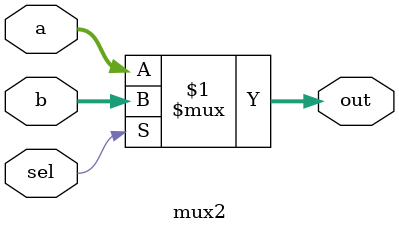
<source format=v>
module mux2(a,b,sel,out);
input [31:0] a,b;
input sel;
output [31:0] out;

assign out = (sel) ? b : a;

endmodule

</source>
